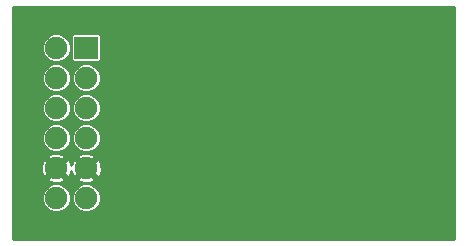
<source format=gbr>
G04 #@! TF.GenerationSoftware,KiCad,Pcbnew,5.0.2*
G04 #@! TF.CreationDate,2020-06-05T09:12:56+02:00*
G04 #@! TF.ProjectId,pmod-8leds,706d6f64-2d38-46c6-9564-732e6b696361,rev?*
G04 #@! TF.SameCoordinates,Original*
G04 #@! TF.FileFunction,Copper,L2,Bot*
G04 #@! TF.FilePolarity,Positive*
%FSLAX46Y46*%
G04 Gerber Fmt 4.6, Leading zero omitted, Abs format (unit mm)*
G04 Created by KiCad (PCBNEW 5.0.2) date ven. 05 juin 2020 09:12:56 CEST*
%MOMM*%
%LPD*%
G01*
G04 APERTURE LIST*
G04 #@! TA.AperFunction,ComponentPad*
%ADD10R,2.000000X1.900000*%
G04 #@! TD*
G04 #@! TA.AperFunction,ComponentPad*
%ADD11C,1.900000*%
G04 #@! TD*
G04 #@! TA.AperFunction,ViaPad*
%ADD12C,0.711200*%
G04 #@! TD*
G04 #@! TA.AperFunction,Conductor*
%ADD13C,0.203200*%
G04 #@! TD*
G04 #@! TA.AperFunction,Conductor*
%ADD14C,0.304800*%
G04 #@! TD*
G04 #@! TA.AperFunction,Conductor*
%ADD15C,0.406400*%
G04 #@! TD*
G04 #@! TA.AperFunction,Conductor*
%ADD16C,0.254000*%
G04 #@! TD*
G04 APERTURE END LIST*
D10*
G04 #@! TO.P,P1,1*
G04 #@! TO.N,PMOD_IO1*
X136040000Y-98650000D03*
D11*
G04 #@! TO.P,P1,2*
G04 #@! TO.N,PMOD_IO2*
X136040000Y-101190000D03*
G04 #@! TO.P,P1,3*
G04 #@! TO.N,PMOD_IO3*
X136040000Y-103730000D03*
G04 #@! TO.P,P1,4*
G04 #@! TO.N,PMOD_IO4*
X136040000Y-106270000D03*
G04 #@! TO.P,P1,5*
G04 #@! TO.N,GND*
X136040000Y-108810000D03*
G04 #@! TO.P,P1,6*
G04 #@! TO.N,VCC*
X136040000Y-111350000D03*
G04 #@! TO.P,P1,7*
G04 #@! TO.N,PMOD_IO5*
X133500000Y-98650000D03*
G04 #@! TO.P,P1,8*
G04 #@! TO.N,PMOD_IO6*
X133500000Y-101190000D03*
G04 #@! TO.P,P1,9*
G04 #@! TO.N,PMOD_IO7*
X133500000Y-103730000D03*
G04 #@! TO.P,P1,10*
G04 #@! TO.N,PMOD_IO8*
X133500000Y-106270000D03*
G04 #@! TO.P,P1,11*
G04 #@! TO.N,GND*
X133500000Y-108810000D03*
G04 #@! TO.P,P1,12*
G04 #@! TO.N,VCC*
X133500000Y-111350000D03*
G04 #@! TD*
D12*
G04 #@! TO.N,GND*
X141000000Y-105370000D03*
X144000000Y-100170000D03*
X161250000Y-99000000D03*
X166250000Y-99000000D03*
X166250000Y-103000000D03*
X161250000Y-103000000D03*
X166250000Y-105000000D03*
X161250000Y-107000000D03*
X166250000Y-107000000D03*
X166250000Y-111000000D03*
X161250000Y-111000000D03*
X146750000Y-96750000D03*
X166250000Y-101000000D03*
X166250000Y-97000000D03*
X166250000Y-109000000D03*
X166250000Y-113000000D03*
X154000000Y-104000000D03*
X149500000Y-107000000D03*
X149500000Y-99200000D03*
X139500000Y-98500000D03*
X130250000Y-105000000D03*
X130250000Y-107000000D03*
X130250000Y-103000000D03*
G04 #@! TD*
D13*
G04 #@! TO.N,GND*
X141000000Y-105370000D02*
X141000000Y-106120000D01*
X141000000Y-106120000D02*
X140050000Y-107070000D01*
X140050000Y-107070000D02*
X137780000Y-107070000D01*
X137780000Y-107070000D02*
X136040000Y-108810000D01*
D14*
X166250000Y-99000000D02*
X161250000Y-99000000D01*
D15*
X166250000Y-99000000D02*
X166250000Y-101000000D01*
X166250000Y-101000000D02*
X166250000Y-103000000D01*
X161250000Y-99000000D02*
X161250000Y-103000000D01*
X166250000Y-103000000D02*
X166250000Y-105000000D01*
X159250000Y-105000000D02*
X161250000Y-103000000D01*
X166250000Y-105000000D02*
X166250000Y-107000000D01*
X159250000Y-105000000D02*
X161250000Y-107000000D01*
X161250000Y-107000000D02*
X166250000Y-107000000D01*
X166250000Y-107000000D02*
X166250000Y-109000000D01*
X166250000Y-109000000D02*
X166250000Y-111000000D01*
X161250000Y-107000000D02*
X161250000Y-111000000D01*
X161250000Y-111000000D02*
X166250000Y-111000000D01*
X143110000Y-105000000D02*
X142740000Y-105370000D01*
X142740000Y-105370000D02*
X141000000Y-105370000D01*
D14*
X144000000Y-100170000D02*
X144000000Y-98280000D01*
X144000000Y-98280000D02*
X144780000Y-97500000D01*
X144780000Y-97500000D02*
X146000000Y-97500000D01*
X146000000Y-97500000D02*
X146750000Y-96750000D01*
X144000000Y-100170000D02*
X144000000Y-103070000D01*
X144000000Y-103070000D02*
X143110000Y-103960000D01*
X143110000Y-103960000D02*
X143110000Y-105000000D01*
D15*
X166250000Y-99000000D02*
X166250000Y-97000000D01*
X166250000Y-111000000D02*
X166250000Y-113000000D01*
X159250000Y-105000000D02*
X155000000Y-105000000D01*
X155000000Y-105000000D02*
X154000000Y-104000000D01*
X143110000Y-105000000D02*
X149500000Y-105000000D01*
X149500000Y-105000000D02*
X153000000Y-105000000D01*
X153000000Y-105000000D02*
X154000000Y-104000000D01*
X149500000Y-105000000D02*
X149500000Y-107000000D01*
X149500000Y-105000000D02*
X149500000Y-99200000D01*
X144000000Y-100170000D02*
X141170000Y-100170000D01*
X141170000Y-100170000D02*
X139500000Y-98500000D01*
X130250000Y-105000000D02*
X130250000Y-107000000D01*
X130250000Y-105000000D02*
X130250000Y-103000000D01*
X130250000Y-107000000D02*
X131690000Y-107000000D01*
X131690000Y-107000000D02*
X133500000Y-108810000D01*
G04 #@! TD*
D16*
G04 #@! TO.N,GND*
G36*
X167195601Y-114805600D02*
X129804400Y-114805600D01*
X129804400Y-111105457D01*
X132270600Y-111105457D01*
X132270600Y-111594543D01*
X132457765Y-112046399D01*
X132803601Y-112392235D01*
X133255457Y-112579400D01*
X133744543Y-112579400D01*
X134196399Y-112392235D01*
X134542235Y-112046399D01*
X134729400Y-111594543D01*
X134729400Y-111105457D01*
X134810600Y-111105457D01*
X134810600Y-111594543D01*
X134997765Y-112046399D01*
X135343601Y-112392235D01*
X135795457Y-112579400D01*
X136284543Y-112579400D01*
X136736399Y-112392235D01*
X137082235Y-112046399D01*
X137269400Y-111594543D01*
X137269400Y-111105457D01*
X137082235Y-110653601D01*
X136736399Y-110307765D01*
X136284543Y-110120600D01*
X135795457Y-110120600D01*
X135343601Y-110307765D01*
X134997765Y-110653601D01*
X134810600Y-111105457D01*
X134729400Y-111105457D01*
X134542235Y-110653601D01*
X134196399Y-110307765D01*
X133744543Y-110120600D01*
X133255457Y-110120600D01*
X132803601Y-110307765D01*
X132457765Y-110653601D01*
X132270600Y-111105457D01*
X129804400Y-111105457D01*
X129804400Y-109759728D01*
X132729877Y-109759728D01*
X132839161Y-109935633D01*
X133320225Y-110102842D01*
X133828659Y-110073226D01*
X134160839Y-109935633D01*
X134270123Y-109759728D01*
X135269877Y-109759728D01*
X135379161Y-109935633D01*
X135860225Y-110102842D01*
X136368659Y-110073226D01*
X136700839Y-109935633D01*
X136810123Y-109759728D01*
X136040000Y-108989605D01*
X135269877Y-109759728D01*
X134270123Y-109759728D01*
X133500000Y-108989605D01*
X132729877Y-109759728D01*
X129804400Y-109759728D01*
X129804400Y-108630225D01*
X132207158Y-108630225D01*
X132236774Y-109138659D01*
X132374367Y-109470839D01*
X132550272Y-109580123D01*
X133320395Y-108810000D01*
X133679605Y-108810000D01*
X134449728Y-109580123D01*
X134625633Y-109470839D01*
X134771653Y-109050737D01*
X134776774Y-109138659D01*
X134914367Y-109470839D01*
X135090272Y-109580123D01*
X135860395Y-108810000D01*
X136219605Y-108810000D01*
X136989728Y-109580123D01*
X137165633Y-109470839D01*
X137332842Y-108989775D01*
X137303226Y-108481341D01*
X137165633Y-108149161D01*
X136989728Y-108039877D01*
X136219605Y-108810000D01*
X135860395Y-108810000D01*
X135090272Y-108039877D01*
X134914367Y-108149161D01*
X134768347Y-108569263D01*
X134763226Y-108481341D01*
X134625633Y-108149161D01*
X134449728Y-108039877D01*
X133679605Y-108810000D01*
X133320395Y-108810000D01*
X132550272Y-108039877D01*
X132374367Y-108149161D01*
X132207158Y-108630225D01*
X129804400Y-108630225D01*
X129804400Y-107860272D01*
X132729877Y-107860272D01*
X133500000Y-108630395D01*
X134270123Y-107860272D01*
X135269877Y-107860272D01*
X136040000Y-108630395D01*
X136810123Y-107860272D01*
X136700839Y-107684367D01*
X136219775Y-107517158D01*
X135711341Y-107546774D01*
X135379161Y-107684367D01*
X135269877Y-107860272D01*
X134270123Y-107860272D01*
X134160839Y-107684367D01*
X133679775Y-107517158D01*
X133171341Y-107546774D01*
X132839161Y-107684367D01*
X132729877Y-107860272D01*
X129804400Y-107860272D01*
X129804400Y-106025457D01*
X132270600Y-106025457D01*
X132270600Y-106514543D01*
X132457765Y-106966399D01*
X132803601Y-107312235D01*
X133255457Y-107499400D01*
X133744543Y-107499400D01*
X134196399Y-107312235D01*
X134542235Y-106966399D01*
X134729400Y-106514543D01*
X134729400Y-106025457D01*
X134810600Y-106025457D01*
X134810600Y-106514543D01*
X134997765Y-106966399D01*
X135343601Y-107312235D01*
X135795457Y-107499400D01*
X136284543Y-107499400D01*
X136736399Y-107312235D01*
X137082235Y-106966399D01*
X137269400Y-106514543D01*
X137269400Y-106025457D01*
X137082235Y-105573601D01*
X136736399Y-105227765D01*
X136284543Y-105040600D01*
X135795457Y-105040600D01*
X135343601Y-105227765D01*
X134997765Y-105573601D01*
X134810600Y-106025457D01*
X134729400Y-106025457D01*
X134542235Y-105573601D01*
X134196399Y-105227765D01*
X133744543Y-105040600D01*
X133255457Y-105040600D01*
X132803601Y-105227765D01*
X132457765Y-105573601D01*
X132270600Y-106025457D01*
X129804400Y-106025457D01*
X129804400Y-103485457D01*
X132270600Y-103485457D01*
X132270600Y-103974543D01*
X132457765Y-104426399D01*
X132803601Y-104772235D01*
X133255457Y-104959400D01*
X133744543Y-104959400D01*
X134196399Y-104772235D01*
X134542235Y-104426399D01*
X134729400Y-103974543D01*
X134729400Y-103485457D01*
X134810600Y-103485457D01*
X134810600Y-103974543D01*
X134997765Y-104426399D01*
X135343601Y-104772235D01*
X135795457Y-104959400D01*
X136284543Y-104959400D01*
X136736399Y-104772235D01*
X137082235Y-104426399D01*
X137269400Y-103974543D01*
X137269400Y-103485457D01*
X137082235Y-103033601D01*
X136736399Y-102687765D01*
X136284543Y-102500600D01*
X135795457Y-102500600D01*
X135343601Y-102687765D01*
X134997765Y-103033601D01*
X134810600Y-103485457D01*
X134729400Y-103485457D01*
X134542235Y-103033601D01*
X134196399Y-102687765D01*
X133744543Y-102500600D01*
X133255457Y-102500600D01*
X132803601Y-102687765D01*
X132457765Y-103033601D01*
X132270600Y-103485457D01*
X129804400Y-103485457D01*
X129804400Y-100945457D01*
X132270600Y-100945457D01*
X132270600Y-101434543D01*
X132457765Y-101886399D01*
X132803601Y-102232235D01*
X133255457Y-102419400D01*
X133744543Y-102419400D01*
X134196399Y-102232235D01*
X134542235Y-101886399D01*
X134729400Y-101434543D01*
X134729400Y-100945457D01*
X134810600Y-100945457D01*
X134810600Y-101434543D01*
X134997765Y-101886399D01*
X135343601Y-102232235D01*
X135795457Y-102419400D01*
X136284543Y-102419400D01*
X136736399Y-102232235D01*
X137082235Y-101886399D01*
X137269400Y-101434543D01*
X137269400Y-100945457D01*
X137082235Y-100493601D01*
X136736399Y-100147765D01*
X136284543Y-99960600D01*
X135795457Y-99960600D01*
X135343601Y-100147765D01*
X134997765Y-100493601D01*
X134810600Y-100945457D01*
X134729400Y-100945457D01*
X134542235Y-100493601D01*
X134196399Y-100147765D01*
X133744543Y-99960600D01*
X133255457Y-99960600D01*
X132803601Y-100147765D01*
X132457765Y-100493601D01*
X132270600Y-100945457D01*
X129804400Y-100945457D01*
X129804400Y-98405457D01*
X132270600Y-98405457D01*
X132270600Y-98894543D01*
X132457765Y-99346399D01*
X132803601Y-99692235D01*
X133255457Y-99879400D01*
X133744543Y-99879400D01*
X134196399Y-99692235D01*
X134542235Y-99346399D01*
X134729400Y-98894543D01*
X134729400Y-98405457D01*
X134542235Y-97953601D01*
X134288634Y-97700000D01*
X134755127Y-97700000D01*
X134755127Y-99600000D01*
X134776812Y-99709016D01*
X134838564Y-99801436D01*
X134930984Y-99863188D01*
X135040000Y-99884873D01*
X137040000Y-99884873D01*
X137149016Y-99863188D01*
X137241436Y-99801436D01*
X137303188Y-99709016D01*
X137324873Y-99600000D01*
X137324873Y-97700000D01*
X137303188Y-97590984D01*
X137241436Y-97498564D01*
X137149016Y-97436812D01*
X137040000Y-97415127D01*
X135040000Y-97415127D01*
X134930984Y-97436812D01*
X134838564Y-97498564D01*
X134776812Y-97590984D01*
X134755127Y-97700000D01*
X134288634Y-97700000D01*
X134196399Y-97607765D01*
X133744543Y-97420600D01*
X133255457Y-97420600D01*
X132803601Y-97607765D01*
X132457765Y-97953601D01*
X132270600Y-98405457D01*
X129804400Y-98405457D01*
X129804400Y-95194400D01*
X167195600Y-95194400D01*
X167195601Y-114805600D01*
X167195601Y-114805600D01*
G37*
X167195601Y-114805600D02*
X129804400Y-114805600D01*
X129804400Y-111105457D01*
X132270600Y-111105457D01*
X132270600Y-111594543D01*
X132457765Y-112046399D01*
X132803601Y-112392235D01*
X133255457Y-112579400D01*
X133744543Y-112579400D01*
X134196399Y-112392235D01*
X134542235Y-112046399D01*
X134729400Y-111594543D01*
X134729400Y-111105457D01*
X134810600Y-111105457D01*
X134810600Y-111594543D01*
X134997765Y-112046399D01*
X135343601Y-112392235D01*
X135795457Y-112579400D01*
X136284543Y-112579400D01*
X136736399Y-112392235D01*
X137082235Y-112046399D01*
X137269400Y-111594543D01*
X137269400Y-111105457D01*
X137082235Y-110653601D01*
X136736399Y-110307765D01*
X136284543Y-110120600D01*
X135795457Y-110120600D01*
X135343601Y-110307765D01*
X134997765Y-110653601D01*
X134810600Y-111105457D01*
X134729400Y-111105457D01*
X134542235Y-110653601D01*
X134196399Y-110307765D01*
X133744543Y-110120600D01*
X133255457Y-110120600D01*
X132803601Y-110307765D01*
X132457765Y-110653601D01*
X132270600Y-111105457D01*
X129804400Y-111105457D01*
X129804400Y-109759728D01*
X132729877Y-109759728D01*
X132839161Y-109935633D01*
X133320225Y-110102842D01*
X133828659Y-110073226D01*
X134160839Y-109935633D01*
X134270123Y-109759728D01*
X135269877Y-109759728D01*
X135379161Y-109935633D01*
X135860225Y-110102842D01*
X136368659Y-110073226D01*
X136700839Y-109935633D01*
X136810123Y-109759728D01*
X136040000Y-108989605D01*
X135269877Y-109759728D01*
X134270123Y-109759728D01*
X133500000Y-108989605D01*
X132729877Y-109759728D01*
X129804400Y-109759728D01*
X129804400Y-108630225D01*
X132207158Y-108630225D01*
X132236774Y-109138659D01*
X132374367Y-109470839D01*
X132550272Y-109580123D01*
X133320395Y-108810000D01*
X133679605Y-108810000D01*
X134449728Y-109580123D01*
X134625633Y-109470839D01*
X134771653Y-109050737D01*
X134776774Y-109138659D01*
X134914367Y-109470839D01*
X135090272Y-109580123D01*
X135860395Y-108810000D01*
X136219605Y-108810000D01*
X136989728Y-109580123D01*
X137165633Y-109470839D01*
X137332842Y-108989775D01*
X137303226Y-108481341D01*
X137165633Y-108149161D01*
X136989728Y-108039877D01*
X136219605Y-108810000D01*
X135860395Y-108810000D01*
X135090272Y-108039877D01*
X134914367Y-108149161D01*
X134768347Y-108569263D01*
X134763226Y-108481341D01*
X134625633Y-108149161D01*
X134449728Y-108039877D01*
X133679605Y-108810000D01*
X133320395Y-108810000D01*
X132550272Y-108039877D01*
X132374367Y-108149161D01*
X132207158Y-108630225D01*
X129804400Y-108630225D01*
X129804400Y-107860272D01*
X132729877Y-107860272D01*
X133500000Y-108630395D01*
X134270123Y-107860272D01*
X135269877Y-107860272D01*
X136040000Y-108630395D01*
X136810123Y-107860272D01*
X136700839Y-107684367D01*
X136219775Y-107517158D01*
X135711341Y-107546774D01*
X135379161Y-107684367D01*
X135269877Y-107860272D01*
X134270123Y-107860272D01*
X134160839Y-107684367D01*
X133679775Y-107517158D01*
X133171341Y-107546774D01*
X132839161Y-107684367D01*
X132729877Y-107860272D01*
X129804400Y-107860272D01*
X129804400Y-106025457D01*
X132270600Y-106025457D01*
X132270600Y-106514543D01*
X132457765Y-106966399D01*
X132803601Y-107312235D01*
X133255457Y-107499400D01*
X133744543Y-107499400D01*
X134196399Y-107312235D01*
X134542235Y-106966399D01*
X134729400Y-106514543D01*
X134729400Y-106025457D01*
X134810600Y-106025457D01*
X134810600Y-106514543D01*
X134997765Y-106966399D01*
X135343601Y-107312235D01*
X135795457Y-107499400D01*
X136284543Y-107499400D01*
X136736399Y-107312235D01*
X137082235Y-106966399D01*
X137269400Y-106514543D01*
X137269400Y-106025457D01*
X137082235Y-105573601D01*
X136736399Y-105227765D01*
X136284543Y-105040600D01*
X135795457Y-105040600D01*
X135343601Y-105227765D01*
X134997765Y-105573601D01*
X134810600Y-106025457D01*
X134729400Y-106025457D01*
X134542235Y-105573601D01*
X134196399Y-105227765D01*
X133744543Y-105040600D01*
X133255457Y-105040600D01*
X132803601Y-105227765D01*
X132457765Y-105573601D01*
X132270600Y-106025457D01*
X129804400Y-106025457D01*
X129804400Y-103485457D01*
X132270600Y-103485457D01*
X132270600Y-103974543D01*
X132457765Y-104426399D01*
X132803601Y-104772235D01*
X133255457Y-104959400D01*
X133744543Y-104959400D01*
X134196399Y-104772235D01*
X134542235Y-104426399D01*
X134729400Y-103974543D01*
X134729400Y-103485457D01*
X134810600Y-103485457D01*
X134810600Y-103974543D01*
X134997765Y-104426399D01*
X135343601Y-104772235D01*
X135795457Y-104959400D01*
X136284543Y-104959400D01*
X136736399Y-104772235D01*
X137082235Y-104426399D01*
X137269400Y-103974543D01*
X137269400Y-103485457D01*
X137082235Y-103033601D01*
X136736399Y-102687765D01*
X136284543Y-102500600D01*
X135795457Y-102500600D01*
X135343601Y-102687765D01*
X134997765Y-103033601D01*
X134810600Y-103485457D01*
X134729400Y-103485457D01*
X134542235Y-103033601D01*
X134196399Y-102687765D01*
X133744543Y-102500600D01*
X133255457Y-102500600D01*
X132803601Y-102687765D01*
X132457765Y-103033601D01*
X132270600Y-103485457D01*
X129804400Y-103485457D01*
X129804400Y-100945457D01*
X132270600Y-100945457D01*
X132270600Y-101434543D01*
X132457765Y-101886399D01*
X132803601Y-102232235D01*
X133255457Y-102419400D01*
X133744543Y-102419400D01*
X134196399Y-102232235D01*
X134542235Y-101886399D01*
X134729400Y-101434543D01*
X134729400Y-100945457D01*
X134810600Y-100945457D01*
X134810600Y-101434543D01*
X134997765Y-101886399D01*
X135343601Y-102232235D01*
X135795457Y-102419400D01*
X136284543Y-102419400D01*
X136736399Y-102232235D01*
X137082235Y-101886399D01*
X137269400Y-101434543D01*
X137269400Y-100945457D01*
X137082235Y-100493601D01*
X136736399Y-100147765D01*
X136284543Y-99960600D01*
X135795457Y-99960600D01*
X135343601Y-100147765D01*
X134997765Y-100493601D01*
X134810600Y-100945457D01*
X134729400Y-100945457D01*
X134542235Y-100493601D01*
X134196399Y-100147765D01*
X133744543Y-99960600D01*
X133255457Y-99960600D01*
X132803601Y-100147765D01*
X132457765Y-100493601D01*
X132270600Y-100945457D01*
X129804400Y-100945457D01*
X129804400Y-98405457D01*
X132270600Y-98405457D01*
X132270600Y-98894543D01*
X132457765Y-99346399D01*
X132803601Y-99692235D01*
X133255457Y-99879400D01*
X133744543Y-99879400D01*
X134196399Y-99692235D01*
X134542235Y-99346399D01*
X134729400Y-98894543D01*
X134729400Y-98405457D01*
X134542235Y-97953601D01*
X134288634Y-97700000D01*
X134755127Y-97700000D01*
X134755127Y-99600000D01*
X134776812Y-99709016D01*
X134838564Y-99801436D01*
X134930984Y-99863188D01*
X135040000Y-99884873D01*
X137040000Y-99884873D01*
X137149016Y-99863188D01*
X137241436Y-99801436D01*
X137303188Y-99709016D01*
X137324873Y-99600000D01*
X137324873Y-97700000D01*
X137303188Y-97590984D01*
X137241436Y-97498564D01*
X137149016Y-97436812D01*
X137040000Y-97415127D01*
X135040000Y-97415127D01*
X134930984Y-97436812D01*
X134838564Y-97498564D01*
X134776812Y-97590984D01*
X134755127Y-97700000D01*
X134288634Y-97700000D01*
X134196399Y-97607765D01*
X133744543Y-97420600D01*
X133255457Y-97420600D01*
X132803601Y-97607765D01*
X132457765Y-97953601D01*
X132270600Y-98405457D01*
X129804400Y-98405457D01*
X129804400Y-95194400D01*
X167195600Y-95194400D01*
X167195601Y-114805600D01*
G04 #@! TD*
M02*

</source>
